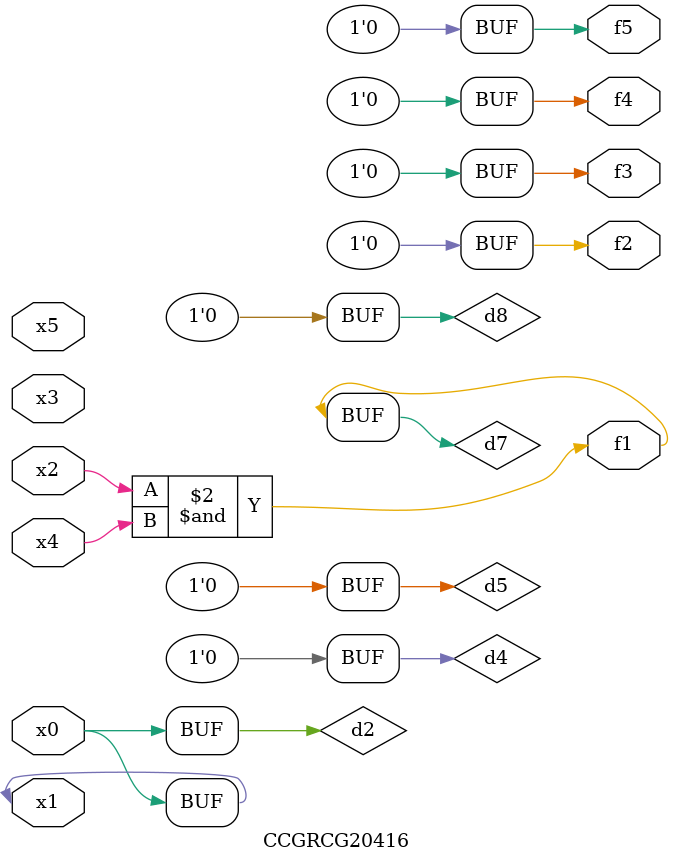
<source format=v>
module CCGRCG20416(
	input x0, x1, x2, x3, x4, x5,
	output f1, f2, f3, f4, f5
);

	wire d1, d2, d3, d4, d5, d6, d7, d8, d9;

	nand (d1, x1);
	buf (d2, x0, x1);
	nand (d3, x2, x4);
	and (d4, d1, d2);
	and (d5, d1, d2);
	nand (d6, d1, d3);
	not (d7, d3);
	xor (d8, d5);
	nor (d9, d5, d6);
	assign f1 = d7;
	assign f2 = d8;
	assign f3 = d8;
	assign f4 = d8;
	assign f5 = d8;
endmodule

</source>
